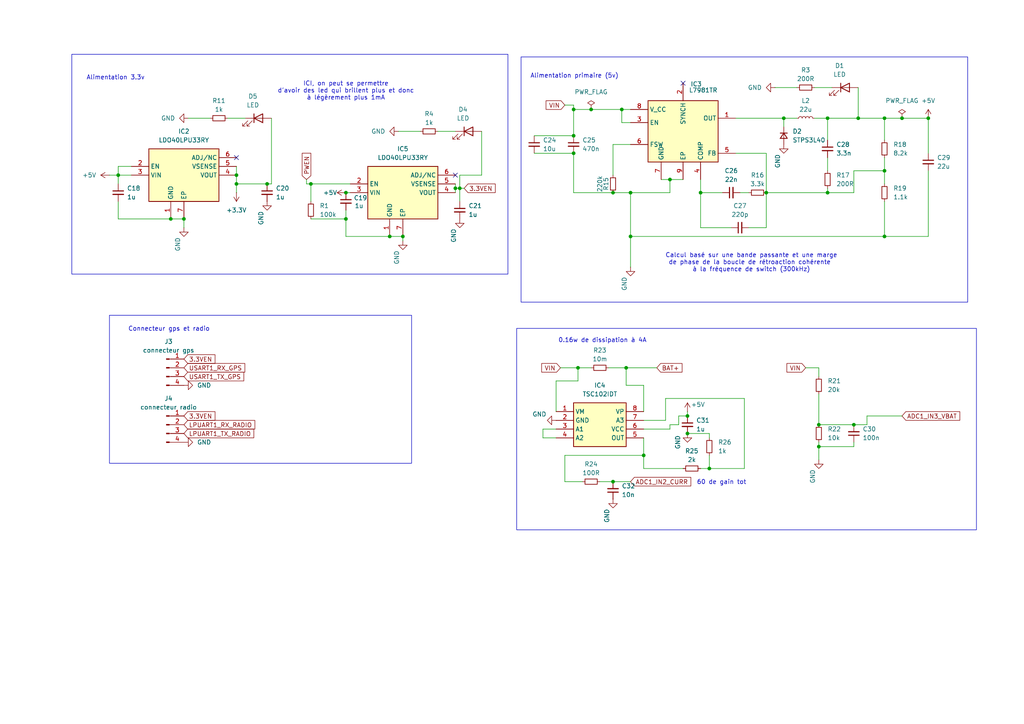
<source format=kicad_sch>
(kicad_sch (version 20231120) (generator "eeschema") (generator_version "8.0")
  (paper "A4")
  (lib_symbols
    (symbol "Connector:Conn_01x04_Pin" (pin_names (offset 1.016) hide)
      (property "Reference" "J" (at 0 5.08 0))
      (property "Value" "Conn_01x04_Pin" (at 0 -7.62 0))
      (symbol "Conn_01x04_Pin_1_1"
        (polyline (pts (xy 1.27 -5.08) (xy 0.8636 -5.08)) (stroke (width 0.1524)))
        (polyline (pts (xy 1.27 -2.54) (xy 0.8636 -2.54)) (stroke (width 0.1524)))
        (polyline (pts (xy 1.27 0) (xy 0.8636 0)) (stroke (width 0.1524)))
        (polyline (pts (xy 1.27 2.54) (xy 0.8636 2.54)) (stroke (width 0.1524)))
        (rectangle (start 0.8636 -4.953) (end 0 -5.207) (stroke (width 0.1524)) (fill (type outline)))
        (rectangle (start 0.8636 -2.413) (end 0 -2.667) (stroke (width 0.1524)) (fill (type outline)))
        (rectangle (start 0.8636 0.127) (end 0 -0.127) (stroke (width 0.1524)) (fill (type outline)))
        (rectangle (start 0.8636 2.667) (end 0 2.413) (stroke (width 0.1524)) (fill (type outline)))
        (pin passive line (at 5.08 2.54 180) (length 3.81) (name "Pin_1") (number "1"))
        (pin passive line (at 5.08 0 180) (length 3.81) (name "Pin_2") (number "2"))
        (pin passive line (at 5.08 -2.54 180) (length 3.81) (name "Pin_3") (number "3"))
        (pin passive line (at 5.08 -5.08 180) (length 3.81) (name "Pin_4") (number "4"))
      )
    )
    (symbol "Device:C_Small" (pin_numbers hide) (pin_names (offset 0.254) hide)
      (property "Reference" "C" (at 0.254 1.778 0))
      (property "Value" "C_Small" (at 0.254 -2.032 0))
      (symbol "C_Small_0_1"
        (polyline (pts (xy -1.524 -0.508) (xy 1.524 -0.508)) (stroke (width 0.3302)))
        (polyline (pts (xy -1.524 0.508) (xy 1.524 0.508)) (stroke (width 0.3048)))
      )
      (symbol "C_Small_1_1"
        (pin passive line (at 0 2.54 270) (length 2.032) (name "~") (number "1"))
        (pin passive line (at 0 -2.54 90) (length 2.032) (name "~") (number "2"))
      )
    )
    (symbol "Device:D_Small" (pin_numbers hide) (pin_names (offset 0.254) hide)
      (property "Reference" "D" (at -1.27 2.032 0))
      (property "Value" "D_Small" (at -3.81 -2.032 0))
      (symbol "D_Small_0_1"
        (polyline (pts (xy -0.762 -1.016) (xy -0.762 1.016)) (stroke (width 0.254)))
        (polyline (pts (xy -0.762 0) (xy 0.762 0)))
        (polyline (pts (xy 0.762 -1.016) (xy -0.762 0) (xy 0.762 1.016) (xy 0.762 -1.016)) (stroke (width 0.254)))
      )
      (symbol "D_Small_1_1"
        (pin passive line (at -2.54 0 0) (length 1.778) (name "K") (number "1"))
        (pin passive line (at 2.54 0 180) (length 1.778) (name "A") (number "2"))
      )
    )
    (symbol "Device:LED" (pin_numbers hide) (pin_names (offset 1.016) hide)
      (property "Reference" "D" (at 0 2.54 0))
      (property "Value" "LED" (at 0 -2.54 0))
      (symbol "LED_0_1"
        (polyline (pts (xy -1.27 -1.27) (xy -1.27 1.27)) (stroke (width 0.254)))
        (polyline (pts (xy -1.27 0) (xy 1.27 0)))
        (polyline (pts (xy 1.27 -1.27) (xy 1.27 1.27) (xy -1.27 0) (xy 1.27 -1.27)) (stroke (width 0.254)))
        (polyline (pts (xy -3.048 -0.762) (xy -4.572 -2.286) (xy -3.81 -2.286) (xy -4.572 -2.286) (xy -4.572 -1.524)))
        (polyline (pts (xy -1.778 -0.762) (xy -3.302 -2.286) (xy -2.54 -2.286) (xy -3.302 -2.286) (xy -3.302 -1.524)))
      )
      (symbol "LED_1_1"
        (pin passive line (at -3.81 0 0) (length 2.54) (name "K") (number "1"))
        (pin passive line (at 3.81 0 180) (length 2.54) (name "A") (number "2"))
      )
    )
    (symbol "Device:L_Small" (pin_numbers hide) (pin_names (offset 0.254) hide)
      (property "Reference" "L" (at 0.762 1.016 0))
      (property "Value" "L_Small" (at 0.762 -1.016 0))
      (symbol "L_Small_0_1"
        (arc (start 0 -2.032) (mid 0.5058 -1.524) (end 0 -1.016))
        (arc (start 0 -1.016) (mid 0.5058 -0.508) (end 0 0))
        (arc (start 0 0) (mid 0.5058 0.508) (end 0 1.016))
        (arc (start 0 1.016) (mid 0.5058 1.524) (end 0 2.032))
      )
      (symbol "L_Small_1_1"
        (pin passive line (at 0 2.54 270) (length 0.508) (name "~") (number "1"))
        (pin passive line (at 0 -2.54 90) (length 0.508) (name "~") (number "2"))
      )
    )
    (symbol "Device:R_Small" (pin_numbers hide) (pin_names (offset 0.254) hide)
      (property "Reference" "R" (at 0.762 0.508 0))
      (property "Value" "R_Small" (at 0.762 -1.016 0))
      (symbol "R_Small_0_1"
        (rectangle (start -0.762 1.778) (end 0.762 -1.778) (stroke (width 0.2032)))
      )
      (symbol "R_Small_1_1"
        (pin passive line (at 0 2.54 270) (length 0.762) (name "~") (number "1"))
        (pin passive line (at 0 -2.54 90) (length 0.762) (name "~") (number "2"))
      )
    )
    (symbol "L7981TR_1"
      (property "Reference" "IC" (at 26.67 7.62 0))
      (property "Value" "L7981TR" (at 26.67 5.08 0))
      (symbol "L7981TR_1_1_1"
        (rectangle (start 5.08 2.54) (end 25.4 -15.24) (stroke (width 0.254)) (fill (type background)))
        (pin passive line (at 30.48 -2.54 180) (length 5.08) (name "OUT") (number "1"))
        (pin passive line (at 15.24 7.62 270) (length 5.08) (name "SYNCH") (number "2"))
        (pin passive line (at 0 -3.81 0) (length 5.08) (name "EN") (number "3"))
        (pin passive line (at 20.32 -20.32 90) (length 5.08) (name "COMP") (number "4"))
        (pin passive line (at 30.48 -12.7 180) (length 5.08) (name "FB") (number "5"))
        (pin passive line (at 0 -10.16 0) (length 5.08) (name "FSW") (number "6"))
        (pin passive line (at 8.89 -20.32 90) (length 5.08) (name "GND") (number "7"))
        (pin passive line (at 0 0 0) (length 5.08) (name "V_CC") (number "8"))
        (pin passive line (at 15.24 -20.32 90) (length 5.08) (name "EP") (number "9"))
      )
    )
    (symbol "LD040PURY:LDO40LPU33RY"
      (property "Reference" "IC5" (at 15.24 7.62 0))
      (property "Value" "LDO40LPU33RY" (at 15.24 5.08 0))
      (symbol "LDO40LPU33RY_1_1"
        (rectangle (start 5.08 2.54) (end 25.4 -12.7) (stroke (width 0.254)) (fill (type background)))
        (pin passive line (at 11.43 -17.78 90) (length 5.08) (name "GND") (number "1"))
        (pin passive line (at 0 -2.54 0) (length 5.08) (name "EN") (number "2"))
        (pin passive line (at 0 -5.08 0) (length 5.08) (name "VIN") (number "3"))
        (pin passive line (at 30.48 -5.08 180) (length 5.08) (name "VOUT") (number "4"))
        (pin passive line (at 30.48 -2.54 180) (length 5.08) (name "VSENSE") (number "5"))
        (pin passive line (at 30.48 0 180) (length 5.08) (name "ADJ/NC") (number "6"))
        (pin passive line (at 15.24 -17.78 90) (length 5.08) (name "EP") (number "7"))
      )
    )
    (symbol "LDO40LPU33RY_1"
      (property "Reference" "IC2" (at 15.24 7.62 0))
      (property "Value" "LDO40LPU33RY" (at 15.24 5.08 0))
      (symbol "LDO40LPU33RY_1_1_1"
        (rectangle (start 5.08 2.54) (end 25.4 -12.7) (stroke (width 0.254)) (fill (type background)))
        (pin passive line (at 11.43 -17.78 90) (length 5.08) (name "GND") (number "1"))
        (pin passive line (at 0 -2.54 0) (length 5.08) (name "EN") (number "2"))
        (pin passive line (at 0 -5.08 0) (length 5.08) (name "VIN") (number "3"))
        (pin passive line (at 30.48 -5.08 180) (length 5.08) (name "VOUT") (number "4"))
        (pin passive line (at 30.48 -2.54 180) (length 5.08) (name "VSENSE") (number "5"))
        (pin passive line (at 30.48 0 180) (length 5.08) (name "ADJ/NC") (number "6"))
        (pin passive line (at 15.24 -17.78 90) (length 5.08) (name "EP") (number "7"))
      )
    )
    (symbol "power:+3.3V" (power) (pin_numbers hide) (pin_names (offset 0) hide)
      (property "Value" "+3.3V" (at 0 3.556 0))
      (symbol "+3.3V_0_1"
        (polyline (pts (xy -0.762 1.27) (xy 0 2.54)))
        (polyline (pts (xy 0 0) (xy 0 2.54)))
        (polyline (pts (xy 0 2.54) (xy 0.762 1.27)))
      )
      (symbol "+3.3V_1_1"
        (pin power_in line (at 0 0 90) (length 0) (name "~") (number "1"))
      )
    )
    (symbol "power:+5V" (power) (pin_numbers hide) (pin_names (offset 0) hide)
      (property "Value" "+5V" (at 0 3.556 0))
      (symbol "+5V_0_1"
        (polyline (pts (xy -0.762 1.27) (xy 0 2.54)))
        (polyline (pts (xy 0 0) (xy 0 2.54)))
        (polyline (pts (xy 0 2.54) (xy 0.762 1.27)))
      )
      (symbol "+5V_1_1"
        (pin power_in line (at 0 0 90) (length 0) (name "~") (number "1"))
      )
    )
    (symbol "power:GND" (power) (pin_numbers hide) (pin_names (offset 0) hide)
      (property "Value" "GND" (at 0 -3.81 0))
      (symbol "GND_0_1"
        (polyline (pts (xy 0 0) (xy 0 -1.27) (xy 1.27 -1.27) (xy 0 -2.54) (xy -1.27 -1.27) (xy 0 -1.27)))
      )
      (symbol "GND_1_1"
        (pin power_in line (at 0 0 270) (length 0) (name "~") (number "1"))
      )
    )
    (symbol "power:PWR_FLAG" (power) (pin_numbers hide) (pin_names (offset 0) hide)
      (property "Value" "PWR_FLAG" (at 0 3.81 0))
      (symbol "PWR_FLAG_0_0"
        (pin power_out line (at 0 0 90) (length 0) (name "~") (number "1"))
      )
      (symbol "PWR_FLAG_0_1"
        (polyline (pts (xy 0 0) (xy 0 1.27) (xy -1.016 1.905) (xy 0 2.54) (xy 1.016 1.905) (xy 0 1.27)))
      )
    )
    (symbol "tsc102:TSC102IDT"
      (property "Reference" "IC" (at 21.59 7.62 0))
      (property "Value" "TSC102IDT" (at 21.59 5.08 0))
      (symbol "TSC102IDT_1_1"
        (rectangle (start 5.08 2.54) (end 20.32 -10.16) (stroke (width 0.254)) (fill (type background)))
        (pin passive line (at 0 0 0) (length 5.08) (name "VM") (number "1"))
        (pin passive line (at 0 -2.54 0) (length 5.08) (name "GND") (number "2"))
        (pin passive line (at 0 -5.08 0) (length 5.08) (name "A1") (number "3"))
        (pin passive line (at 0 -7.62 0) (length 5.08) (name "A2") (number "4"))
        (pin passive line (at 25.4 -7.62 180) (length 5.08) (name "OUT") (number "5"))
        (pin passive line (at 25.4 -5.08 180) (length 5.08) (name "VCC") (number "6"))
        (pin passive line (at 25.4 -2.54 180) (length 5.08) (name "A3") (number "7"))
        (pin passive line (at 25.4 0 180) (length 5.08) (name "VP") (number "8"))
      )
    )
  )
  (junction (at 68.58 53.34))
  (junction (at 171.45 31.75))
  (junction (at 77.47 53.34))
  (junction (at 166.37 39.37))
  (junction (at 240.03 55.88))
  (junction (at 180.34 31.75))
  (junction (at 181.61 106.68))
  (junction (at 222.25 55.88))
  (junction (at 205.74 135.89))
  (junction (at 166.37 31.75))
  (junction (at 90.17 53.34))
  (junction (at 199.39 125.73))
  (junction (at 237.49 123.19))
  (junction (at 100.33 55.88))
  (junction (at 194.31 52.07))
  (junction (at 34.29 50.8))
  (junction (at 248.92 34.29))
  (junction (at 166.37 44.45))
  (junction (at 256.54 49.53))
  (junction (at 100.33 63.5))
  (junction (at 240.03 34.29))
  (junction (at 182.88 68.58))
  (junction (at 182.88 55.88))
  (junction (at 132.08 54.61))
  (junction (at 49.53 63.5))
  (junction (at 269.24 34.29))
  (junction (at 133.35 54.61))
  (junction (at 177.8 139.7))
  (junction (at 227.33 34.29))
  (junction (at 177.8 55.88))
  (junction (at 256.54 34.29))
  (junction (at 186.69 132.08))
  (junction (at 256.54 68.58))
  (junction (at 199.39 120.65))
  (junction (at 237.49 129.54))
  (junction (at 116.84 68.58))
  (junction (at 53.34 63.5))
  (junction (at 247.65 123.19))
  (junction (at 113.03 68.58))
  (junction (at 261.62 34.29))
  (junction (at 203.2 55.88))
  (junction (at 68.58 50.8))
  (junction (at 167.64 106.68))
  (no_connect (at 68.58 45.72))
  (no_connect (at 132.08 50.8))
  (no_connect (at 198.12 24.13))
  (wire (pts (xy 247.65 55.88) (xy 247.65 49.53)))
  (wire (pts (xy 133.35 54.61) (xy 134.62 54.61)))
  (wire (pts (xy 237.49 106.68) (xy 233.68 106.68)))
  (wire (pts (xy 177.8 41.91) (xy 177.8 50.8)))
  (wire (pts (xy 251.46 120.65) (xy 251.46 123.19)))
  (wire (pts (xy 247.65 49.53) (xy 256.54 49.53)))
  (wire (pts (xy 240.03 34.29) (xy 240.03 40.64)))
  (wire (pts (xy 236.22 25.4) (xy 241.3 25.4)))
  (wire (pts (xy 132.08 54.61) (xy 133.35 54.61)))
  (wire (pts (xy 191.77 52.07) (xy 194.31 52.07)))
  (wire (pts (xy 163.83 132.08) (xy 163.83 139.7)))
  (wire (pts (xy 237.49 128.27) (xy 237.49 129.54)))
  (wire (pts (xy 34.29 50.8) (xy 38.1 50.8)))
  (wire (pts (xy 182.88 35.56) (xy 180.34 35.56)))
  (wire (pts (xy 166.37 30.48) (xy 163.83 30.48)))
  (wire (pts (xy 31.75 50.8) (xy 34.29 50.8)))
  (wire (pts (xy 186.69 119.38) (xy 186.69 111.76)))
  (wire (pts (xy 237.49 109.22) (xy 237.49 106.68)))
  (wire (pts (xy 222.25 44.45) (xy 222.25 55.88)))
  (wire (pts (xy 215.9 115.57) (xy 215.9 135.89)))
  (wire (pts (xy 248.92 34.29) (xy 240.03 34.29)))
  (wire (pts (xy 182.88 41.91) (xy 177.8 41.91)))
  (wire (pts (xy 133.35 54.61) (xy 133.35 58.42)))
  (wire (pts (xy 181.61 111.76) (xy 181.61 106.68)))
  (wire (pts (xy 261.62 34.29) (xy 256.54 34.29)))
  (wire (pts (xy 180.34 31.75) (xy 171.45 31.75)))
  (wire (pts (xy 198.12 135.89) (xy 186.69 135.89)))
  (wire (pts (xy 222.25 55.88) (xy 240.03 55.88)))
  (wire (pts (xy 186.69 135.89) (xy 186.69 132.08)))
  (wire (pts (xy 182.88 77.47) (xy 182.88 68.58)))
  (wire (pts (xy 177.8 139.7) (xy 182.88 139.7)))
  (wire (pts (xy 139.7 38.1) (xy 139.7 50.8)))
  (wire (pts (xy 54.61 34.29) (xy 60.96 34.29)))
  (wire (pts (xy 100.33 60.96) (xy 100.33 63.5)))
  (wire (pts (xy 194.31 52.07) (xy 198.12 52.07)))
  (wire (pts (xy 194.31 55.88) (xy 194.31 52.07)))
  (wire (pts (xy 203.2 55.88) (xy 209.55 55.88)))
  (wire (pts (xy 139.7 50.8) (xy 133.35 50.8)))
  (wire (pts (xy 269.24 34.29) (xy 261.62 34.29)))
  (wire (pts (xy 157.48 124.46) (xy 157.48 127)))
  (wire (pts (xy 167.64 110.49) (xy 167.64 106.68)))
  (wire (pts (xy 68.58 48.26) (xy 68.58 50.8)))
  (wire (pts (xy 213.36 44.45) (xy 222.25 44.45)))
  (wire (pts (xy 53.34 66.04) (xy 53.34 63.5)))
  (wire (pts (xy 196.85 123.19) (xy 196.85 120.65)))
  (wire (pts (xy 154.94 39.37) (xy 166.37 39.37)))
  (wire (pts (xy 161.29 124.46) (xy 157.48 124.46)))
  (wire (pts (xy 237.49 129.54) (xy 237.49 133.35)))
  (wire (pts (xy 256.54 58.42) (xy 256.54 68.58)))
  (wire (pts (xy 203.2 66.04) (xy 203.2 55.88)))
  (wire (pts (xy 182.88 68.58) (xy 182.88 55.88)))
  (wire (pts (xy 256.54 68.58) (xy 269.24 68.58)))
  (wire (pts (xy 227.33 34.29) (xy 227.33 36.83)))
  (wire (pts (xy 167.64 106.68) (xy 171.45 106.68)))
  (wire (pts (xy 100.33 68.58) (xy 113.03 68.58)))
  (wire (pts (xy 68.58 53.34) (xy 68.58 55.88)))
  (wire (pts (xy 34.29 58.42) (xy 34.29 63.5)))
  (wire (pts (xy 133.35 50.8) (xy 133.35 54.61)))
  (wire (pts (xy 186.69 124.46) (xy 194.31 124.46)))
  (wire (pts (xy 240.03 55.88) (xy 240.03 54.61)))
  (wire (pts (xy 196.85 120.65) (xy 199.39 120.65)))
  (wire (pts (xy 100.33 55.88) (xy 101.6 55.88)))
  (wire (pts (xy 166.37 31.75) (xy 166.37 39.37)))
  (wire (pts (xy 247.65 128.27) (xy 247.65 129.54)))
  (wire (pts (xy 237.49 114.3) (xy 237.49 123.19)))
  (wire (pts (xy 205.74 132.08) (xy 205.74 135.89)))
  (wire (pts (xy 113.03 68.58) (xy 116.84 68.58)))
  (wire (pts (xy 116.84 69.85) (xy 116.84 68.58)))
  (wire (pts (xy 212.09 66.04) (xy 203.2 66.04)))
  (wire (pts (xy 171.45 31.75) (xy 166.37 31.75)))
  (wire (pts (xy 256.54 68.58) (xy 182.88 68.58)))
  (wire (pts (xy 182.88 55.88) (xy 194.31 55.88)))
  (wire (pts (xy 166.37 30.48) (xy 166.37 31.75)))
  (wire (pts (xy 240.03 55.88) (xy 247.65 55.88)))
  (wire (pts (xy 199.39 119.38) (xy 199.39 120.65)))
  (wire (pts (xy 193.04 115.57) (xy 215.9 115.57)))
  (wire (pts (xy 68.58 50.8) (xy 68.58 53.34)))
  (wire (pts (xy 90.17 53.34) (xy 101.6 53.34)))
  (wire (pts (xy 132.08 53.34) (xy 132.08 54.61)))
  (wire (pts (xy 203.2 55.88) (xy 203.2 52.07)))
  (wire (pts (xy 157.48 127) (xy 161.29 127)))
  (wire (pts (xy 49.53 63.5) (xy 53.34 63.5)))
  (wire (pts (xy 182.88 31.75) (xy 180.34 31.75)))
  (wire (pts (xy 199.39 125.73) (xy 205.74 125.73)))
  (wire (pts (xy 88.9 52.07) (xy 88.9 53.34)))
  (wire (pts (xy 181.61 106.68) (xy 190.5 106.68)))
  (wire (pts (xy 90.17 53.34) (xy 90.17 58.42)))
  (wire (pts (xy 115.57 38.1) (xy 121.92 38.1)))
  (wire (pts (xy 127 38.1) (xy 132.08 38.1)))
  (wire (pts (xy 78.74 34.29) (xy 78.74 53.34)))
  (wire (pts (xy 173.99 139.7) (xy 177.8 139.7)))
  (wire (pts (xy 34.29 63.5) (xy 49.53 63.5)))
  (wire (pts (xy 256.54 49.53) (xy 256.54 53.34)))
  (wire (pts (xy 256.54 45.72) (xy 256.54 49.53)))
  (wire (pts (xy 186.69 121.92) (xy 193.04 121.92)))
  (wire (pts (xy 161.29 119.38) (xy 161.29 110.49)))
  (wire (pts (xy 186.69 111.76) (xy 181.61 111.76)))
  (wire (pts (xy 215.9 135.89) (xy 205.74 135.89)))
  (wire (pts (xy 269.24 68.58) (xy 269.24 49.53)))
  (wire (pts (xy 240.03 45.72) (xy 240.03 49.53)))
  (wire (pts (xy 194.31 123.19) (xy 196.85 123.19)))
  (wire (pts (xy 247.65 129.54) (xy 237.49 129.54)))
  (wire (pts (xy 261.62 120.65) (xy 251.46 120.65)))
  (wire (pts (xy 88.9 53.34) (xy 90.17 53.34)))
  (wire (pts (xy 68.58 53.34) (xy 77.47 53.34)))
  (wire (pts (xy 237.49 123.19) (xy 247.65 123.19)))
  (wire (pts (xy 193.04 121.92) (xy 193.04 115.57)))
  (wire (pts (xy 227.33 34.29) (xy 231.14 34.29)))
  (wire (pts (xy 34.29 50.8) (xy 34.29 53.34)))
  (wire (pts (xy 132.08 54.61) (xy 132.08 55.88)))
  (wire (pts (xy 34.29 48.26) (xy 34.29 50.8)))
  (wire (pts (xy 205.74 135.89) (xy 203.2 135.89)))
  (wire (pts (xy 194.31 124.46) (xy 194.31 123.19)))
  (wire (pts (xy 251.46 123.19) (xy 247.65 123.19)))
  (wire (pts (xy 180.34 35.56) (xy 180.34 31.75)))
  (wire (pts (xy 162.56 106.68) (xy 167.64 106.68)))
  (wire (pts (xy 154.94 44.45) (xy 166.37 44.45)))
  (wire (pts (xy 166.37 55.88) (xy 177.8 55.88)))
  (wire (pts (xy 213.36 34.29) (xy 227.33 34.29)))
  (wire (pts (xy 100.33 63.5) (xy 100.33 68.58)))
  (wire (pts (xy 166.37 44.45) (xy 166.37 55.88)))
  (wire (pts (xy 214.63 55.88) (xy 217.17 55.88)))
  (wire (pts (xy 78.74 53.34) (xy 77.47 53.34)))
  (wire (pts (xy 205.74 127) (xy 205.74 125.73)))
  (wire (pts (xy 163.83 139.7) (xy 168.91 139.7)))
  (wire (pts (xy 236.22 34.29) (xy 240.03 34.29)))
  (wire (pts (xy 248.92 25.4) (xy 248.92 34.29)))
  (wire (pts (xy 38.1 48.26) (xy 34.29 48.26)))
  (wire (pts (xy 256.54 34.29) (xy 248.92 34.29)))
  (wire (pts (xy 176.53 106.68) (xy 181.61 106.68)))
  (wire (pts (xy 66.04 34.29) (xy 71.12 34.29)))
  (wire (pts (xy 177.8 55.88) (xy 182.88 55.88)))
  (wire (pts (xy 186.69 132.08) (xy 163.83 132.08)))
  (wire (pts (xy 90.17 63.5) (xy 100.33 63.5)))
  (wire (pts (xy 222.25 66.04) (xy 217.17 66.04)))
  (wire (pts (xy 224.79 25.4) (xy 231.14 25.4)))
  (wire (pts (xy 161.29 110.49) (xy 167.64 110.49)))
  (wire (pts (xy 269.24 44.45) (xy 269.24 34.29)))
  (wire (pts (xy 222.25 55.88) (xy 222.25 66.04)))
  (wire (pts (xy 256.54 40.64) (xy 256.54 34.29)))
  (wire (pts (xy 186.69 127) (xy 186.69 132.08)))
  (rectangle (start 151.13 16.51) (end 280.67 87.63))
  (rectangle (start 20.828 15.748) (end 147.32 79.502))
  (rectangle (start 149.86 95.25) (end 283.21 153.67))
  (rectangle (start 31.75 91.44) (end 119.38 134.366))
  (text "Alimentation primaire (5v)" (at 166.624 22.098 0) (effects (font (size 1.27 1.27))))
  (text "Alimentation 3.3v" (at 33.528 22.606 0) (effects (font (size 1.27 1.27))))
  (text "60 de gain tot" (at 209.296 139.954 0) (effects (font (size 1.27 1.27))))
  (text "0.16w de dissipation à 4A" (at 174.752 98.806 0) (effects (font (size 1.27 1.27))))
  (text "Connecteur gps et radio" (at 49.022 95.504 0) (effects (font (size 1.27 1.27))))
  (text "ICI, on peut se permettre\nd'avoir des led qui brillent plus et donc\nà légèrement plus 1mA" (at 100.33 26.416 0) (effects (font (size 1.27 1.27))))
  (text "Calcul basé sur une bande passante et une marge\nde phase de la boucle de rétroaction cohérente \nà la fréquence de switch (300kHz)" (at 217.932 76.2 0) (effects (font (size 1.27 1.27))))
  (global_label "LPUART1_RX_RADIO" (shape input) (at 53.34 123.19 0) (property "Intersheetrefs" "${INTERSHEET_REFS}" (effects (hide yes))))
  (global_label "3.3VEN" (shape input) (at 53.34 120.65 0) (property "Intersheetrefs" "${INTERSHEET_REFS}" (effects (hide yes))))
  (global_label "VIN" (shape input) (at 233.68 106.68 180) (property "Intersheetrefs" "${INTERSHEET_REFS}" (effects (hide yes))))
  (global_label "USART1_TX_GPS" (shape input) (at 53.34 109.22 0) (property "Intersheetrefs" "${INTERSHEET_REFS}" (effects (hide yes))))
  (global_label "3.3VEN" (shape input) (at 134.62 54.61 0) (property "Intersheetrefs" "${INTERSHEET_REFS}" (effects (hide yes))))
  (global_label "ADC1_IN2_CURR" (shape input) (at 182.88 139.7 0) (property "Intersheetrefs" "${INTERSHEET_REFS}" (effects (hide yes))))
  (global_label "USART1_RX_GPS" (shape input) (at 53.34 106.68 0) (property "Intersheetrefs" "${INTERSHEET_REFS}" (effects (hide yes))))
  (global_label "ADC1_IN3_VBAT" (shape input) (at 261.62 120.65 0) (property "Intersheetrefs" "${INTERSHEET_REFS}" (effects (hide yes))))
  (global_label "VIN" (shape input) (at 163.83 30.48 180) (property "Intersheetrefs" "${INTERSHEET_REFS}" (effects (hide yes))))
  (global_label "VIN" (shape input) (at 162.56 106.68 180) (property "Intersheetrefs" "${INTERSHEET_REFS}" (effects (hide yes))))
  (global_label "3.3VEN" (shape input) (at 53.34 104.14 0) (property "Intersheetrefs" "${INTERSHEET_REFS}" (effects (hide yes))))
  (global_label "PWEN" (shape input) (at 88.9 52.07 90) (property "Intersheetrefs" "${INTERSHEET_REFS}" (effects (hide yes))))
  (global_label "LPUART1_TX_RADIO" (shape input) (at 53.34 125.73 0) (property "Intersheetrefs" "${INTERSHEET_REFS}" (effects (hide yes))))
  (global_label "BAT+" (shape input) (at 190.5 106.68 0) (property "Intersheetrefs" "${INTERSHEET_REFS}" (effects (hide yes))))
  (symbol (lib_id "Device:D_Small") (at 227.33 39.37 270) (unit 1)
    (property "Reference" "D2" (at 229.87 38.0999 90) (effects (justify left)))
    (property "Value" "STPS3L40" (at 229.87 40.6399 90) (effects (justify left)))
    (property "Footprint" "Diode_SMD:D_SMB_Handsoldering" (effects (hide yes)))
    (property "Description" "Diode, small symbol" (effects (hide yes)))
    (property "Sim.Device" "D" (effects (hide yes)))
    (property "Sim.Pins" "1=K 2=A" (effects (hide yes)))
  )
  (symbol (lib_id "power:GND") (at 224.79 25.4 270) (unit 1)
    (property "Reference" "#PWR04" (effects (hide yes)))
    (property "Value" "GND" (at 220.98 25.3999 90) (effects (justify right)))
    (property "Description" "Power symbol creates a global label with name \"GND\" , ground" (effects (hide yes)))
  )
  (symbol (lib_id "power:GND") (at 237.49 133.35 0) (unit 1)
    (property "Reference" "#PWR039" (effects (hide yes)))
    (property "Value" "GND" (at 235.712 136.144 90) (effects (justify right)))
    (property "Description" "Power symbol creates a global label with name \"GND\" , ground" (effects (hide yes)))
  )
  (symbol (lib_id "Device:C_Small") (at 133.35 60.96 0) (unit 1)
    (property "Reference" "C21" (at 135.89 59.6962 0) (effects (justify left)))
    (property "Value" "1u" (at 135.89 62.2362 0) (effects (justify left)))
    (property "Footprint" "Capacitor_SMD:C_0402_1005Metric_Pad0.74x0.62mm_HandSolder" (effects (hide yes)))
    (property "Description" "Unpolarized capacitor, small symbol" (effects (hide yes)))
  )
  (symbol (lib_id "Device:R_Small") (at 240.03 52.07 0) (unit 1)
    (property "Reference" "R17" (at 242.57 50.7999 0) (effects (justify left)))
    (property "Value" "200R" (at 242.57 53.3399 0) (effects (justify left)))
    (property "Footprint" "Resistor_SMD:R_0402_1005Metric_Pad0.72x0.64mm_HandSolder" (effects (hide yes)))
    (property "Description" "Resistor, small symbol" (effects (hide yes)))
  )
  (symbol (lib_id "power:+5V") (at 269.24 34.29 0) (unit 1)
    (property "Reference" "#PWR029" (effects (hide yes)))
    (property "Value" "+5V" (at 269.24 29.21 0))
    (property "Description" "Power symbol creates a global label with name \"+5V\"" (effects (hide yes)))
  )
  (symbol (lib_id "power:GND") (at 53.34 111.76 90) (unit 1)
    (property "Reference" "#PWR049" (effects (hide yes)))
    (property "Value" "GND" (at 57.15 111.7599 90) (effects (justify right)))
    (property "Description" "Power symbol creates a global label with name \"GND\" , ground" (effects (hide yes)))
  )
  (symbol (lib_id "Device:LED") (at 135.89 38.1 0) (unit 1)
    (property "Reference" "D4" (at 134.3025 31.75 0))
    (property "Value" "LED" (at 134.3025 34.29 0))
    (property "Footprint" "LED_SMD:LED_0603_1608Metric_Pad1.05x0.95mm_HandSolder" (effects (hide yes)))
    (property "Description" "Light emitting diode" (effects (hide yes)))
  )
  (symbol (lib_id "power:GND") (at 53.34 66.04 0) (unit 1)
    (property "Reference" "#PWR045" (effects (hide yes)))
    (property "Value" "GND" (at 51.562 68.834 90) (effects (justify right)))
    (property "Description" "Power symbol creates a global label with name \"GND\" , ground" (effects (hide yes)))
  )
  (symbol (lib_id "Device:LED") (at 245.11 25.4 0) (unit 1)
    (property "Reference" "D1" (at 243.5225 19.05 0))
    (property "Value" "LED" (at 243.5225 21.59 0))
    (property "Footprint" "LED_SMD:LED_0603_1608Metric_Pad1.05x0.95mm_HandSolder" (effects (hide yes)))
    (property "Description" "Light emitting diode" (effects (hide yes)))
  )
  (symbol (lib_id "power:GND") (at 182.88 77.47 0) (unit 1)
    (property "Reference" "#PWR025" (effects (hide yes)))
    (property "Value" "GND" (at 181.102 80.264 90) (effects (justify right)))
    (property "Description" "Power symbol creates a global label with name \"GND\" , ground" (effects (hide yes)))
  )
  (symbol (lib_id "Device:R_Small") (at 256.54 43.18 0) (unit 1)
    (property "Reference" "R18" (at 259.08 41.9099 0) (effects (justify left)))
    (property "Value" "8.2k" (at 259.08 44.4499 0) (effects (justify left)))
    (property "Footprint" "Resistor_SMD:R_0402_1005Metric_Pad0.72x0.64mm_HandSolder" (effects (hide yes)))
    (property "Description" "Resistor, small symbol" (effects (hide yes)))
  )
  (symbol (lib_id "Device:R_Small") (at 124.46 38.1 90) (unit 1)
    (property "Reference" "R4" (at 124.46 33.02 90))
    (property "Value" "1k" (at 124.46 35.56 90))
    (property "Footprint" "Resistor_SMD:R_0402_1005Metric_Pad0.72x0.64mm_HandSolder" (effects (hide yes)))
    (property "Description" "Resistor, small symbol" (effects (hide yes)))
  )
  (symbol (lib_id "power:PWR_FLAG") (at 261.62 34.29 0) (unit 1)
    (property "Reference" "#FLG05" (effects (hide yes)))
    (property "Value" "PWR_FLAG" (at 261.62 29.21 0))
    (property "Description" "Special symbol for telling ERC where power comes from" (effects (hide yes)))
  )
  (symbol (lib_id "Device:R_Small") (at 90.17 60.96 0) (unit 1)
    (property "Reference" "R1" (at 92.71 59.6899 0) (effects (justify left)))
    (property "Value" "100k" (at 92.71 62.2299 0) (effects (justify left)))
    (property "Footprint" "Resistor_SMD:R_0402_1005Metric_Pad0.72x0.64mm_HandSolder" (effects (hide yes)))
    (property "Description" "Resistor, small symbol" (effects (hide yes)))
  )
  (symbol (lib_name "L7981TR_1") (lib_id "L7981TR:L7981TR") (at 182.88 31.75 0) (unit 1)
    (property "Reference" "IC3" (at 201.93 24.384 0))
    (property "Value" "L7981TR" (at 203.962 26.162 0))
    (property "Footprint" "L7981:SON50P300X300X100-9N-D" (effects (hide yes)))
    (property "Datasheet" "https://www.st.com/resource/en/datasheet/l7981.pdf" (effects (hide yes)))
    (property "Description" "Conv DC-DC 4.5V to 28V Synchronous Step Down Single-Out 0.6V to 28V 3A 8-Pin VFQFPN T/R" (effects (hide yes)))
    (property "Height" "1" (effects (hide yes)))
    (property "Manufacturer_Name" "STMicroelectronics" (effects (hide yes)))
    (property "Manufacturer_Part_Number" "L7981TR" (effects (hide yes)))
    (property "Mouser Part Number" "511-L7981TR" (effects (hide yes)))
    (property "Mouser Price/Stock" "https://www.mouser.co.uk/ProductDetail/STMicroelectronics/L7981TR?qs=G5few1MRhWqTaPtAUnDRAw%3D%3D" (effects (hide yes)))
    (property "Arrow Part Number" "L7981TR" (effects (hide yes)))
    (property "Arrow Price/Stock" "https://www.arrow.com/en/products/l7981tr/stmicroelectronics" (effects (hide yes)))
  )
  (symbol (lib_id "Device:R_Small") (at 200.66 135.89 270) (unit 1)
    (property "Reference" "R25" (at 200.66 130.81 90))
    (property "Value" "2k" (at 200.66 133.35 90))
    (property "Footprint" "Resistor_SMD:R_0402_1005Metric_Pad0.72x0.64mm_HandSolder" (effects (hide yes)))
    (property "Description" "Resistor, small symbol" (effects (hide yes)))
  )
  (symbol (lib_id "power:GND") (at 161.29 121.92 270) (unit 1)
    (property "Reference" "#PWR041" (effects (hide yes)))
    (property "Value" "GND" (at 158.496 120.142 90) (effects (justify right)))
    (property "Description" "Power symbol creates a global label with name \"GND\" , ground" (effects (hide yes)))
  )
  (symbol (lib_id "Device:C_Small") (at 77.47 55.88 0) (unit 1)
    (property "Reference" "C20" (at 80.01 54.6162 0) (effects (justify left)))
    (property "Value" "1u" (at 80.01 57.1562 0) (effects (justify left)))
    (property "Footprint" "Capacitor_SMD:C_0402_1005Metric_Pad0.74x0.62mm_HandSolder" (effects (hide yes)))
    (property "Description" "Unpolarized capacitor, small symbol" (effects (hide yes)))
  )
  (symbol (lib_id "Device:C_Small") (at 212.09 55.88 90) (unit 1)
    (property "Reference" "C26" (at 212.0963 49.53 90))
    (property "Value" "22n" (at 212.0963 52.07 90))
    (property "Footprint" "Capacitor_SMD:C_0402_1005Metric_Pad0.74x0.62mm_HandSolder" (effects (hide yes)))
    (property "Description" "Unpolarized capacitor, small symbol" (effects (hide yes)))
  )
  (symbol (lib_id "Connector:Conn_01x04_Pin") (at 48.26 123.19 0) (unit 1)
    (property "Reference" "J4" (at 48.895 115.57 0))
    (property "Value" "connecteur radio" (at 48.895 118.11 0))
    (property "Footprint" "Connector_JST:JST_SH_BM04B-SRSS-TB_1x04-1MP_P1.00mm_Vertical" (effects (hide yes)))
    (property "Description" "Generic connector, single row, 01x04, script generated" (effects (hide yes)))
  )
  (symbol (lib_id "Device:C_Small") (at 199.39 123.19 0) (unit 1)
    (property "Reference" "C31" (at 201.93 121.9262 0) (effects (justify left)))
    (property "Value" "1u" (at 201.93 124.4662 0) (effects (justify left)))
    (property "Footprint" "Capacitor_SMD:C_0402_1005Metric_Pad0.74x0.62mm_HandSolder" (effects (hide yes)))
    (property "Description" "Unpolarized capacitor, small symbol" (effects (hide yes)))
  )
  (symbol (lib_id "Device:C_Small") (at 166.37 41.91 0) (unit 1)
    (property "Reference" "C25" (at 168.91 40.6462 0) (effects (justify left)))
    (property "Value" "470n" (at 168.91 43.1862 0) (effects (justify left)))
    (property "Footprint" "Capacitor_SMD:C_0402_1005Metric_Pad0.74x0.62mm_HandSolder" (effects (hide yes)))
    (property "Description" "Unpolarized capacitor, small symbol" (effects (hide yes)))
  )
  (symbol (lib_id "Device:R_Small") (at 171.45 139.7 270) (unit 1)
    (property "Reference" "R24" (at 171.45 134.62 90))
    (property "Value" "100R" (at 171.45 137.16 90))
    (property "Footprint" "Resistor_SMD:R_0402_1005Metric_Pad0.72x0.64mm_HandSolder" (effects (hide yes)))
    (property "Description" "Resistor, small symbol" (effects (hide yes)))
  )
  (symbol (lib_id "Device:L_Small") (at 233.68 34.29 90) (unit 1)
    (property "Reference" "L2" (at 233.68 29.21 90))
    (property "Value" "22u" (at 233.68 31.75 90))
    (property "Footprint" "inductancewurth:INDPM7373X340N" (effects (hide yes)))
    (property "Description" "Inductor, small symbol" (effects (hide yes)))
  )
  (symbol (lib_id "Device:R_Small") (at 219.71 55.88 90) (unit 1)
    (property "Reference" "R16" (at 219.71 50.8 90))
    (property "Value" "3.3k" (at 219.71 53.34 90))
    (property "Footprint" "Resistor_SMD:R_0402_1005Metric_Pad0.72x0.64mm_HandSolder" (effects (hide yes)))
    (property "Description" "Resistor, small symbol" (effects (hide yes)))
  )
  (symbol (lib_id "power:GND") (at 227.33 41.91 0) (unit 1)
    (property "Reference" "#PWR028" (effects (hide yes)))
    (property "Value" "GND" (at 225.552 44.704 90) (effects (justify right)))
    (property "Description" "Power symbol creates a global label with name \"GND\" , ground" (effects (hide yes)))
  )
  (symbol (lib_id "Device:C_Small") (at 269.24 46.99 0) (unit 1)
    (property "Reference" "C29" (at 271.78 45.7262 0) (effects (justify left)))
    (property "Value" "22u" (at 271.78 48.2662 0) (effects (justify left)))
    (property "Footprint" "Capacitor_SMD:C_1210_3225Metric_Pad1.33x2.70mm_HandSolder" (effects (hide yes)))
    (property "Description" "Unpolarized capacitor, small symbol" (effects (hide yes)))
  )
  (symbol (lib_id "LD040PURY:LDO40LPU33RY") (at 101.6 50.8 0) (unit 1)
    (property "Reference" "IC5" (at 116.84 43.18 0))
    (property "Value" "LDO40LPU33RY" (at 116.84 45.72 0))
    (property "Footprint" "LDO40PURY:SON95P300X300X90-7N-D" (effects (hide yes)))
    (property "Datasheet" "https://www.st.com/resource/en/datasheet/ldo40l.pdf" (effects (hide yes)))
    (property "Description" "LDO Voltage Regulators POWER MANAGEMENT" (effects (hide yes)))
    (property "Height" "0.9" (effects (hide yes)))
    (property "Manufacturer_Name" "STMicroelectronics" (effects (hide yes)))
    (property "Manufacturer_Part_Number" "LDO40LPU33RY" (effects (hide yes)))
    (property "Mouser Part Number" "511-LDO40LPU33RY" (effects (hide yes)))
    (property "Mouser Price/Stock" "https://www.mouser.co.uk/ProductDetail/STMicroelectronics/LDO40LPU33RY?qs=qSfuJ%252Bfl%2Fd5qazWclm%2Ffpg%3D%3D" (effects (hide yes)))
    (property "Arrow Part Number" "LDO40LPU33RY" (effects (hide yes)))
    (property "Arrow Price/Stock" "https://www.arrow.com/en/products/ldo40lpu33ry/stmicroelectronics?utm_currency=USD&region=europe" (effects (hide yes)))
  )
  (symbol (lib_id "Device:C_Small") (at 34.29 55.88 0) (unit 1)
    (property "Reference" "C18" (at 36.83 54.6162 0) (effects (justify left)))
    (property "Value" "1u" (at 36.83 57.1562 0) (effects (justify left)))
    (property "Footprint" "Capacitor_SMD:C_0402_1005Metric_Pad0.74x0.62mm_HandSolder" (effects (hide yes)))
    (property "Description" "Unpolarized capacitor, small symbol" (effects (hide yes)))
  )
  (symbol (lib_id "power:GND") (at 177.8 144.78 0) (unit 1)
    (property "Reference" "#PWR044" (effects (hide yes)))
    (property "Value" "GND" (at 176.022 147.574 90) (effects (justify right)))
    (property "Description" "Power symbol creates a global label with name \"GND\" , ground" (effects (hide yes)))
  )
  (symbol (lib_id "Device:C_Small") (at 214.63 66.04 90) (unit 1)
    (property "Reference" "C27" (at 214.6363 59.69 90))
    (property "Value" "220p" (at 214.6363 62.23 90))
    (property "Footprint" "Capacitor_SMD:C_0402_1005Metric_Pad0.74x0.62mm_HandSolder" (effects (hide yes)))
    (property "Description" "Unpolarized capacitor, small symbol" (effects (hide yes)))
  )
  (symbol (lib_id "power:PWR_FLAG") (at 171.45 31.75 0) (unit 1)
    (property "Reference" "#FLG04" (effects (hide yes)))
    (property "Value" "PWR_FLAG" (at 171.45 26.67 0))
    (property "Description" "Special symbol for telling ERC where power comes from" (effects (hide yes)))
  )
  (symbol (lib_id "power:GND") (at 133.35 63.5 0) (unit 1)
    (property "Reference" "#PWR054" (effects (hide yes)))
    (property "Value" "GND" (at 131.572 66.294 90) (effects (justify right)))
    (property "Description" "Power symbol creates a global label with name \"GND\" , ground" (effects (hide yes)))
  )
  (symbol (lib_id "power:+3.3V") (at 68.58 55.88 180) (unit 1)
    (property "Reference" "#PWR027" (effects (hide yes)))
    (property "Value" "+3.3V" (at 68.58 60.96 0))
    (property "Description" "Power symbol creates a global label with name \"+3.3V\"" (effects (hide yes)))
  )
  (symbol (lib_id "power:+5V") (at 199.39 119.38 0) (unit 1)
    (property "Reference" "#PWR040" (effects (hide yes)))
    (property "Value" "+5V" (at 202.438 117.348 0))
    (property "Description" "Power symbol creates a global label with name \"+5V\"" (effects (hide yes)))
  )
  (symbol (lib_id "power:GND") (at 77.47 58.42 0) (unit 1)
    (property "Reference" "#PWR053" (effects (hide yes)))
    (property "Value" "GND" (at 75.692 61.214 90) (effects (justify right)))
    (property "Description" "Power symbol creates a global label with name \"GND\" , ground" (effects (hide yes)))
  )
  (symbol (lib_id "power:GND") (at 115.57 38.1 270) (unit 1)
    (property "Reference" "#PWR05" (effects (hide yes)))
    (property "Value" "GND" (at 111.76 38.0999 90) (effects (justify right)))
    (property "Description" "Power symbol creates a global label with name \"GND\" , ground" (effects (hide yes)))
  )
  (symbol (lib_id "Device:R_Small") (at 237.49 111.76 180) (unit 1)
    (property "Reference" "R21" (at 240.03 110.4899 0) (effects (justify right)))
    (property "Value" "20k" (at 240.03 113.0299 0) (effects (justify right)))
    (property "Footprint" "Resistor_SMD:R_0402_1005Metric_Pad0.72x0.64mm_HandSolder" (effects (hide yes)))
    (property "Description" "Resistor, small symbol" (effects (hide yes)))
  )
  (symbol (lib_id "tsc102:TSC102IDT") (at 161.29 119.38 0) (unit 1)
    (property "Reference" "IC4" (at 173.99 111.76 0))
    (property "Value" "TSC102IDT" (at 173.99 114.3 0))
    (property "Footprint" "TSC102:SOIC127P600X175-8N" (effects (hide yes)))
    (property "Datasheet" "https://www.st.com/resource/en/datasheet/tsc102.pdf" (effects (hide yes)))
    (property "Description" "High side current sense amplifier plus signal conditioning amplifier" (effects (hide yes)))
    (property "Height" "1.75" (effects (hide yes)))
    (property "Manufacturer_Name" "STMicroelectronics" (effects (hide yes)))
    (property "Manufacturer_Part_Number" "TSC102IDT" (effects (hide yes)))
    (property "Mouser Part Number" "511-TSC102IDT" (effects (hide yes)))
    (property "Mouser Price/Stock" "https://www.mouser.co.uk/ProductDetail/STMicroelectronics/TSC102IDT/?qs=pNZVDJqu%2FdZPNSQD9yk%252BjA%3D%3D" (effects (hide yes)))
  )
  (symbol (lib_id "Device:R_Small") (at 233.68 25.4 90) (unit 1)
    (property "Reference" "R3" (at 233.68 20.32 90))
    (property "Value" "200R" (at 233.68 22.86 90))
    (property "Footprint" "Resistor_SMD:R_0402_1005Metric_Pad0.72x0.64mm_HandSolder" (effects (hide yes)))
    (property "Description" "Resistor, small symbol" (effects (hide yes)))
  )
  (symbol (lib_id "power:+5V") (at 100.33 55.88 90) (unit 1)
    (property "Reference" "#PWR026" (effects (hide yes)))
    (property "Value" "+5V" (at 95.758 55.88 90))
    (property "Description" "Power symbol creates a global label with name \"+5V\"" (effects (hide yes)))
  )
  (symbol (lib_id "Device:R_Small") (at 256.54 55.88 0) (unit 1)
    (property "Reference" "R19" (at 259.08 54.6099 0) (effects (justify left)))
    (property "Value" "1.1k" (at 259.08 57.1499 0) (effects (justify left)))
    (property "Footprint" "Resistor_SMD:R_0402_1005Metric_Pad0.72x0.64mm_HandSolder" (effects (hide yes)))
    (property "Description" "Resistor, small symbol" (effects (hide yes)))
  )
  (symbol (lib_id "Device:C_Small") (at 240.03 43.18 0) (unit 1)
    (property "Reference" "C28" (at 242.57 41.9162 0) (effects (justify left)))
    (property "Value" "3.3n" (at 242.57 44.4562 0) (effects (justify left)))
    (property "Footprint" "Capacitor_SMD:C_0402_1005Metric_Pad0.74x0.62mm_HandSolder" (effects (hide yes)))
    (property "Description" "Unpolarized capacitor, small symbol" (effects (hide yes)))
  )
  (symbol (lib_id "Device:R_Small") (at 205.74 129.54 0) (unit 1)
    (property "Reference" "R26" (at 208.28 128.2699 0) (effects (justify left)))
    (property "Value" "1k" (at 208.28 130.8099 0) (effects (justify left)))
    (property "Footprint" "Resistor_SMD:R_0402_1005Metric_Pad0.72x0.64mm_HandSolder" (effects (hide yes)))
    (property "Description" "Resistor, small symbol" (effects (hide yes)))
  )
  (symbol (lib_id "Device:R_Small") (at 177.8 53.34 0) (unit 1)
    (property "Reference" "R15" (at 175.768 53.34 90))
    (property "Value" "220k" (at 173.99 53.34 90))
    (property "Footprint" "Resistor_SMD:R_0402_1005Metric_Pad0.72x0.64mm_HandSolder" (effects (hide yes)))
    (property "Description" "Resistor, small symbol" (effects (hide yes)))
  )
  (symbol (lib_id "Device:C_Small") (at 154.94 41.91 0) (unit 1)
    (property "Reference" "C24" (at 157.48 40.6462 0) (effects (justify left)))
    (property "Value" "10u" (at 157.48 43.1862 0) (effects (justify left)))
    (property "Footprint" "Capacitor_SMD:C_1210_3225Metric_Pad1.33x2.70mm_HandSolder" (effects (hide yes)))
    (property "Description" "Unpolarized capacitor, small symbol" (effects (hide yes)))
  )
  (symbol (lib_id "Device:C_Small") (at 100.33 58.42 0) (unit 1)
    (property "Reference" "C19" (at 102.616 57.404 0) (effects (justify left)))
    (property "Value" "1u" (at 102.87 59.6962 0) (effects (justify left)))
    (property "Footprint" "Capacitor_SMD:C_0402_1005Metric_Pad0.74x0.62mm_HandSolder" (effects (hide yes)))
    (property "Description" "Unpolarized capacitor, small symbol" (effects (hide yes)))
  )
  (symbol (lib_id "power:GND") (at 116.84 69.85 0) (unit 1)
    (property "Reference" "#PWR052" (effects (hide yes)))
    (property "Value" "GND" (at 115.062 72.644 90) (effects (justify right)))
    (property "Description" "Power symbol creates a global label with name \"GND\" , ground" (effects (hide yes)))
  )
  (symbol (lib_id "Device:R_Small") (at 63.5 34.29 90) (unit 1)
    (property "Reference" "R11" (at 63.5 29.21 90))
    (property "Value" "1k" (at 63.5 31.75 90))
    (property "Footprint" "Resistor_SMD:R_0402_1005Metric_Pad0.72x0.64mm_HandSolder" (effects (hide yes)))
    (property "Description" "Resistor, small symbol" (effects (hide yes)))
  )
  (symbol (lib_id "Device:C_Small") (at 247.65 125.73 180) (unit 1)
    (property "Reference" "C30" (at 250.19 124.4535 0) (effects (justify right)))
    (property "Value" "100n" (at 250.19 126.9935 0) (effects (justify right)))
    (property "Footprint" "Capacitor_SMD:C_0402_1005Metric_Pad0.74x0.62mm_HandSolder" (effects (hide yes)))
    (property "Description" "Unpolarized capacitor, small symbol" (effects (hide yes)))
  )
  (symbol (lib_id "Device:R_Small") (at 237.49 125.73 180) (unit 1)
    (property "Reference" "R22" (at 240.03 124.4599 0) (effects (justify right)))
    (property "Value" "10k" (at 240.03 126.9999 0) (effects (justify right)))
    (property "Footprint" "Resistor_SMD:R_0402_1005Metric_Pad0.72x0.64mm_HandSolder" (effects (hide yes)))
    (property "Description" "Resistor, small symbol" (effects (hide yes)))
  )
  (symbol (lib_id "power:GND") (at 53.34 128.27 90) (unit 1)
    (property "Reference" "#PWR035" (effects (hide yes)))
    (property "Value" "GND" (at 57.15 128.2699 90) (effects (justify right)))
    (property "Description" "Power symbol creates a global label with name \"GND\" , ground" (effects (hide yes)))
  )
  (symbol (lib_id "Device:R_Small") (at 173.99 106.68 90) (unit 1)
    (property "Reference" "R23" (at 173.99 101.6 90))
    (property "Value" "10m" (at 173.99 104.14 90))
    (property "Footprint" "Resistor_SMD:R_0805_2012Metric_Pad1.20x1.40mm_HandSolder" (effects (hide yes)))
    (property "Description" "Resistor, small symbol" (effects (hide yes)))
  )
  (symbol (lib_id "Device:C_Small") (at 177.8 142.24 180) (unit 1)
    (property "Reference" "C32" (at 180.34 140.9635 0) (effects (justify right)))
    (property "Value" "10n" (at 180.34 143.5035 0) (effects (justify right)))
    (property "Footprint" "Capacitor_SMD:C_0402_1005Metric_Pad0.74x0.62mm_HandSolder" (effects (hide yes)))
    (property "Description" "Unpolarized capacitor, small symbol" (effects (hide yes)))
  )
  (symbol (lib_name "LDO40LPU33RY_1") (lib_id "LD040PURY:LDO40LPU33RY") (at 38.1 45.72 0) (unit 1)
    (property "Reference" "IC2" (at 53.34 38.1 0))
    (property "Value" "LDO40LPU33RY" (at 53.34 40.64 0))
    (property "Footprint" "LDO40PURY:SON95P300X300X90-7N-D" (effects (hide yes)))
    (property "Datasheet" "https://www.st.com/resource/en/datasheet/ldo40l.pdf" (effects (hide yes)))
    (property "Description" "LDO Voltage Regulators POWER MANAGEMENT" (effects (hide yes)))
    (property "Height" "0.9" (effects (hide yes)))
    (property "Manufacturer_Name" "STMicroelectronics" (effects (hide yes)))
    (property "Manufacturer_Part_Number" "LDO40LPU33RY" (effects (hide yes)))
    (property "Mouser Part Number" "511-LDO40LPU33RY" (effects (hide yes)))
    (property "Mouser Price/Stock" "https://www.mouser.co.uk/ProductDetail/STMicroelectronics/LDO40LPU33RY?qs=qSfuJ%252Bfl%2Fd5qazWclm%2Ffpg%3D%3D" (effects (hide yes)))
    (property "Arrow Part Number" "LDO40LPU33RY" (effects (hide yes)))
    (property "Arrow Price/Stock" "https://www.arrow.com/en/products/ldo40lpu33ry/stmicroelectronics?utm_currency=USD&region=europe" (effects (hide yes)))
  )
  (symbol (lib_id "power:GND") (at 54.61 34.29 270) (unit 1)
    (property "Reference" "#PWR032" (effects (hide yes)))
    (property "Value" "GND" (at 50.8 34.2899 90) (effects (justify right)))
    (property "Description" "Power symbol creates a global label with name \"GND\" , ground" (effects (hide yes)))
  )
  (symbol (lib_id "power:+5V") (at 31.75 50.8 90) (unit 1)
    (property "Reference" "#PWR024" (effects (hide yes)))
    (property "Value" "+5V" (at 27.94 50.7999 90) (effects (justify left)))
    (property "Description" "Power symbol creates a global label with name \"+5V\"" (effects (hide yes)))
  )
  (symbol (lib_id "Device:LED") (at 74.93 34.29 0) (unit 1)
    (property "Reference" "D5" (at 73.3425 27.94 0))
    (property "Value" "LED" (at 73.3425 30.48 0))
    (property "Footprint" "LED_SMD:LED_0603_1608Metric_Pad1.05x0.95mm_HandSolder" (effects (hide yes)))
    (property "Description" "Light emitting diode" (effects (hide yes)))
  )
  (symbol (lib_id "power:GND") (at 199.39 125.73 0) (unit 1)
    (property "Reference" "#PWR042" (effects (hide yes)))
    (property "Value" "GND" (at 196.596 126.238 90) (effects (justify right)))
    (property "Description" "Power symbol creates a global label with name \"GND\" , ground" (effects (hide yes)))
  )
  (symbol (lib_id "Connector:Conn_01x04_Pin") (at 48.26 106.68 0) (unit 1)
    (property "Reference" "J3" (at 48.895 99.06 0))
    (property "Value" "connecteur gps" (at 48.895 101.6 0))
    (property "Footprint" "Connector_JST:JST_SH_BM04B-SRSS-TB_1x04-1MP_P1.00mm_Vertical" (effects (hide yes)))
    (property "Description" "Generic connector, single row, 01x04, script generated" (effects (hide yes)))
  )
)
</source>
